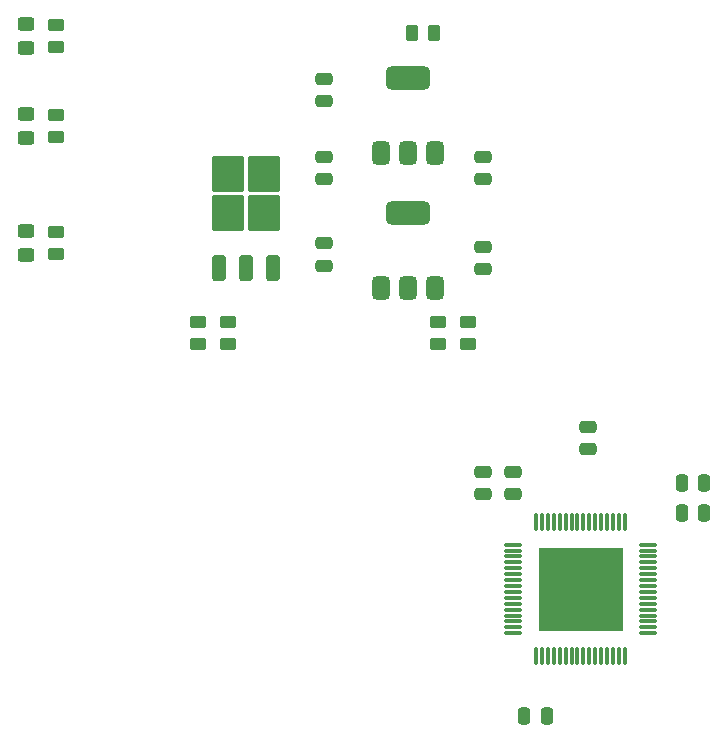
<source format=gbr>
%TF.GenerationSoftware,KiCad,Pcbnew,8.0.7-8.0.7-0~ubuntu22.04.1*%
%TF.CreationDate,2025-01-12T13:10:07-08:00*%
%TF.ProjectId,multichannelheaterdriver_amc7836,6d756c74-6963-4686-916e-6e656c686561,rev?*%
%TF.SameCoordinates,Original*%
%TF.FileFunction,Paste,Top*%
%TF.FilePolarity,Positive*%
%FSLAX46Y46*%
G04 Gerber Fmt 4.6, Leading zero omitted, Abs format (unit mm)*
G04 Created by KiCad (PCBNEW 8.0.7-8.0.7-0~ubuntu22.04.1) date 2025-01-12 13:10:07*
%MOMM*%
%LPD*%
G01*
G04 APERTURE LIST*
G04 Aperture macros list*
%AMRoundRect*
0 Rectangle with rounded corners*
0 $1 Rounding radius*
0 $2 $3 $4 $5 $6 $7 $8 $9 X,Y pos of 4 corners*
0 Add a 4 corners polygon primitive as box body*
4,1,4,$2,$3,$4,$5,$6,$7,$8,$9,$2,$3,0*
0 Add four circle primitives for the rounded corners*
1,1,$1+$1,$2,$3*
1,1,$1+$1,$4,$5*
1,1,$1+$1,$6,$7*
1,1,$1+$1,$8,$9*
0 Add four rect primitives between the rounded corners*
20,1,$1+$1,$2,$3,$4,$5,0*
20,1,$1+$1,$4,$5,$6,$7,0*
20,1,$1+$1,$6,$7,$8,$9,0*
20,1,$1+$1,$8,$9,$2,$3,0*%
G04 Aperture macros list end*
%ADD10C,0.010000*%
%ADD11RoundRect,0.052500X-0.697500X-0.097500X0.697500X-0.097500X0.697500X0.097500X-0.697500X0.097500X0*%
%ADD12RoundRect,0.052500X-0.097500X-0.697500X0.097500X-0.697500X0.097500X0.697500X-0.097500X0.697500X0*%
%ADD13RoundRect,0.250000X-0.262500X-0.450000X0.262500X-0.450000X0.262500X0.450000X-0.262500X0.450000X0*%
%ADD14RoundRect,0.250000X0.450000X-0.262500X0.450000X0.262500X-0.450000X0.262500X-0.450000X-0.262500X0*%
%ADD15RoundRect,0.250000X-0.250000X-0.475000X0.250000X-0.475000X0.250000X0.475000X-0.250000X0.475000X0*%
%ADD16RoundRect,0.250000X0.475000X-0.250000X0.475000X0.250000X-0.475000X0.250000X-0.475000X-0.250000X0*%
%ADD17RoundRect,0.250000X0.450000X-0.325000X0.450000X0.325000X-0.450000X0.325000X-0.450000X-0.325000X0*%
%ADD18RoundRect,0.250000X-0.475000X0.250000X-0.475000X-0.250000X0.475000X-0.250000X0.475000X0.250000X0*%
%ADD19RoundRect,0.250000X-0.450000X0.262500X-0.450000X-0.262500X0.450000X-0.262500X0.450000X0.262500X0*%
%ADD20RoundRect,0.375000X0.375000X-0.625000X0.375000X0.625000X-0.375000X0.625000X-0.375000X-0.625000X0*%
%ADD21RoundRect,0.500000X1.400000X-0.500000X1.400000X0.500000X-1.400000X0.500000X-1.400000X-0.500000X0*%
%ADD22RoundRect,0.250000X0.350000X-0.850000X0.350000X0.850000X-0.350000X0.850000X-0.350000X-0.850000X0*%
%ADD23RoundRect,0.250000X1.125000X-1.275000X1.125000X1.275000X-1.125000X1.275000X-1.125000X-1.275000X0*%
G04 APERTURE END LIST*
D10*
%TO.C,U1*%
X52380000Y-65790000D02*
X45380000Y-65790000D01*
X45380000Y-58790000D01*
X52380000Y-58790000D01*
X52380000Y-65790000D01*
G36*
X52380000Y-65790000D02*
G01*
X45380000Y-65790000D01*
X45380000Y-58790000D01*
X52380000Y-58790000D01*
X52380000Y-65790000D01*
G37*
%TD*%
D11*
%TO.C,U1*%
X43180000Y-58540000D03*
X43180000Y-59040000D03*
X43180000Y-59540000D03*
X43180000Y-60040000D03*
X43180000Y-60540000D03*
X43180000Y-61040000D03*
X43180000Y-61540000D03*
X43180000Y-62040000D03*
X43180000Y-62540000D03*
X43180000Y-63040000D03*
X43180000Y-63540000D03*
X43180000Y-64040000D03*
X43180000Y-64540000D03*
X43180000Y-65040000D03*
X43180000Y-65540000D03*
X43180000Y-66040000D03*
D12*
X45130000Y-67990000D03*
X45630000Y-67990000D03*
X46130000Y-67990000D03*
X46630000Y-67990000D03*
X47130000Y-67990000D03*
X47630000Y-67990000D03*
X48130000Y-67990000D03*
X48630000Y-67990000D03*
X49130000Y-67990000D03*
X49630000Y-67990000D03*
X50130000Y-67990000D03*
X50630000Y-67990000D03*
X51130000Y-67990000D03*
X51630000Y-67990000D03*
X52130000Y-67990000D03*
X52630000Y-67990000D03*
D11*
X54580000Y-66040000D03*
X54580000Y-65540000D03*
X54580000Y-65040000D03*
X54580000Y-64540000D03*
X54580000Y-64040000D03*
X54580000Y-63540000D03*
X54580000Y-63040000D03*
X54580000Y-62540000D03*
X54580000Y-62040000D03*
X54580000Y-61540000D03*
X54580000Y-61040000D03*
X54580000Y-60540000D03*
X54580000Y-60040000D03*
X54580000Y-59540000D03*
X54580000Y-59040000D03*
X54580000Y-58540000D03*
D12*
X52630000Y-56590000D03*
X52130000Y-56590000D03*
X51630000Y-56590000D03*
X51130000Y-56590000D03*
X50630000Y-56590000D03*
X50130000Y-56590000D03*
X49630000Y-56590000D03*
X49130000Y-56590000D03*
X48630000Y-56590000D03*
X48130000Y-56590000D03*
X47630000Y-56590000D03*
X47130000Y-56590000D03*
X46630000Y-56590000D03*
X46130000Y-56590000D03*
X45630000Y-56590000D03*
X45130000Y-56590000D03*
%TD*%
D13*
%TO.C,FB1*%
X34647500Y-15240000D03*
X36472500Y-15240000D03*
%TD*%
D14*
%TO.C,R2*%
X4445000Y-24017500D03*
X4445000Y-22192500D03*
%TD*%
D15*
%TO.C,C5*%
X57470000Y-55880000D03*
X59370000Y-55880000D03*
%TD*%
D16*
%TO.C,C1*%
X43180000Y-54290000D03*
X43180000Y-52390000D03*
%TD*%
D17*
%TO.C,D2*%
X1905000Y-24130000D03*
X1905000Y-22080000D03*
%TD*%
D18*
%TO.C,C9*%
X27178000Y-19116000D03*
X27178000Y-21016000D03*
%TD*%
D19*
%TO.C,R4*%
X16510000Y-39727500D03*
X16510000Y-41552500D03*
%TD*%
D15*
%TO.C,C4*%
X57470000Y-53340000D03*
X59370000Y-53340000D03*
%TD*%
D19*
%TO.C,R6*%
X36830000Y-39727500D03*
X36830000Y-41552500D03*
%TD*%
D20*
%TO.C,U3*%
X31990000Y-25350000D03*
X34290000Y-25350000D03*
D21*
X34290000Y-19050000D03*
D20*
X36590000Y-25350000D03*
%TD*%
D14*
%TO.C,R5*%
X19050000Y-41552500D03*
X19050000Y-39727500D03*
%TD*%
D18*
%TO.C,C13*%
X27178000Y-33020000D03*
X27178000Y-34920000D03*
%TD*%
%TO.C,C2*%
X40640000Y-52390000D03*
X40640000Y-54290000D03*
%TD*%
D16*
%TO.C,C3*%
X49530000Y-50480000D03*
X49530000Y-48580000D03*
%TD*%
D14*
%TO.C,R7*%
X39370000Y-41552500D03*
X39370000Y-39727500D03*
%TD*%
D18*
%TO.C,C11*%
X27178000Y-25720000D03*
X27178000Y-27620000D03*
%TD*%
%TO.C,C10*%
X40640000Y-25720000D03*
X40640000Y-27620000D03*
%TD*%
D15*
%TO.C,C6*%
X44135000Y-73025000D03*
X46035000Y-73025000D03*
%TD*%
D20*
%TO.C,U4*%
X31990000Y-36780000D03*
X34290000Y-36780000D03*
D21*
X34290000Y-30480000D03*
D20*
X36590000Y-36780000D03*
%TD*%
D22*
%TO.C,U2*%
X18295000Y-35105000D03*
X20575000Y-35105000D03*
D23*
X19050000Y-30480000D03*
X22100000Y-30480000D03*
X19050000Y-27130000D03*
X22100000Y-27130000D03*
D22*
X22855000Y-35105000D03*
%TD*%
D14*
%TO.C,R3*%
X4445000Y-33932500D03*
X4445000Y-32107500D03*
%TD*%
D17*
%TO.C,D3*%
X1905000Y-34045000D03*
X1905000Y-31995000D03*
%TD*%
D14*
%TO.C,R1*%
X4445000Y-16397500D03*
X4445000Y-14572500D03*
%TD*%
D17*
%TO.C,D1*%
X1905000Y-16510000D03*
X1905000Y-14460000D03*
%TD*%
D18*
%TO.C,C12*%
X40640000Y-33340000D03*
X40640000Y-35240000D03*
%TD*%
M02*

</source>
